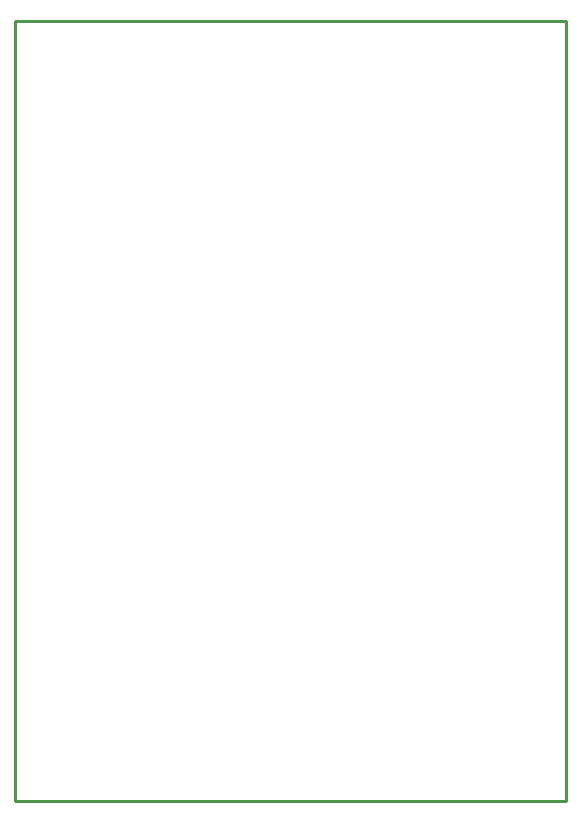
<source format=gko>
G04*
G04 #@! TF.GenerationSoftware,Altium Limited,Altium Designer,18.1.6 (161)*
G04*
G04 Layer_Color=16711935*
%FSLAX25Y25*%
%MOIN*%
G70*
G01*
G75*
%ADD11C,0.01000*%
D11*
X0Y-13500D02*
X183500D01*
Y246500D01*
X0D02*
X183500D01*
X0Y-13500D02*
Y246500D01*
M02*

</source>
